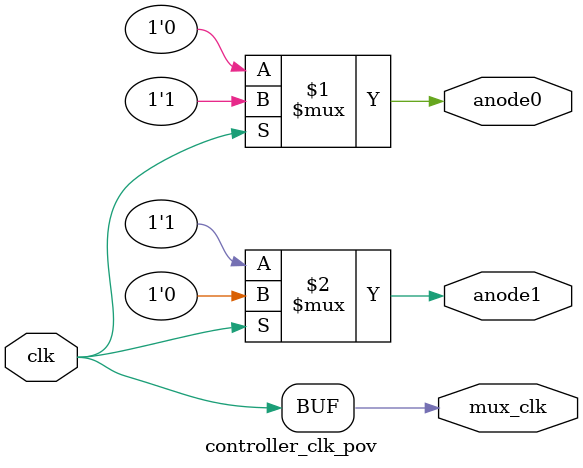
<source format=v>
module controller_clk_pov (
	input clk,
//	// extra anodes for 4-digit demo
//	output anode2,
//	output anode3,
//	//
	output anode0,
	output anode1,
//	output reg [1:0] mux_clk	// 4-digit
	output mux_clk					// 2-digit
);

assign mux_clk = clk;
assign anode0 = clk ? 1'b1 : 1'b0;
assign anode1 = clk ? 1'b0 : 1'b1;

//// 4-digit display demo
//always@(posedge clk) begin
//	mux_clk <= mux_clk + 1'b1;
//end
//
//reg [3:0] foo;
//always@(*) begin
//	case(mux_clk)
//		2'b00: foo = 4'b0001;
//		2'b01: foo = 4'b0010;
//		2'b10: foo = 4'b0100;
//		2'b11: foo = 4'b1000;
//	endcase
//end
//
//assign {anode3,anode2,anode1,anode0} = foo;
////
endmodule

</source>
